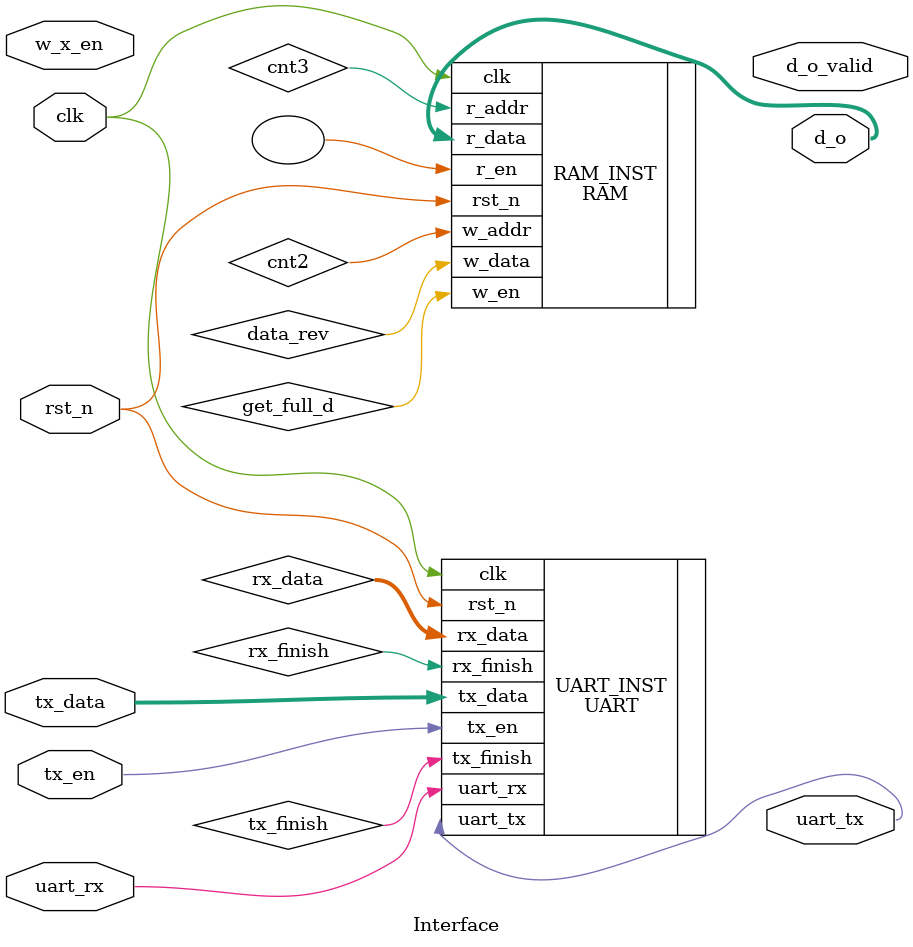
<source format=v>
`timescale 1ns / 1ps


module Interface #(
   parameter CLK_Period= 20000000 ,//the unit is Hz 
   parameter Buad_Rate = 115200   , //the unit is bits/s
   parameter D_WL      = 24       ,
   parameter INPUT_SIZE= 20       
)( 
     input              clk       ,
     input              rst_n     ,
     input              w_x_en    ,
     input              uart_rx   ,
	 input [7:0]        tx_data   ,
	 input              tx_en     ,
     output             uart_tx   ,
     output             d_o_valid ,
     output [D_WL-1:0]  d_o       
);
wire tx_finish;
wire [7:0] rx_data;
wire rx_finish;
  
UART #(
  .CLK_Period(CLK_Period),//the unit is Hz
  .Buad_Rate (Buad_Rate ) //the unit is bits/s
)UART_INST(
    .clk      (clk      ),
    .rst_n    (rst_n    ),
          
    .tx_data  (tx_data  ),
    .tx_en    (tx_en    ),
    .tx_finish(tx_finish),
    .uart_tx  (uart_tx  ),
            
    .uart_rx  (uart_rx  ),
    .rx_data  ( rx_data ),
    .rx_finish(rx_finish)
);                     



RAM #(
   .DEPTH   (INPUT_SIZE ),
   .WIDTH_A (12),
   .WIDTH_D (D_WL)
)RAM_INST(
   .clk     (clk ),
   .rst_n   (rst_n ),

   .w_addr  (cnt2  ) ,   
   .w_data  (data_rev) ,
   .w_en    (get_full_d ) ,

   .r_addr  (cnt3  ) ,
   .r_en    (  ) ,
   .r_data  ( d_o  )
);               
    
endmodule

</source>
